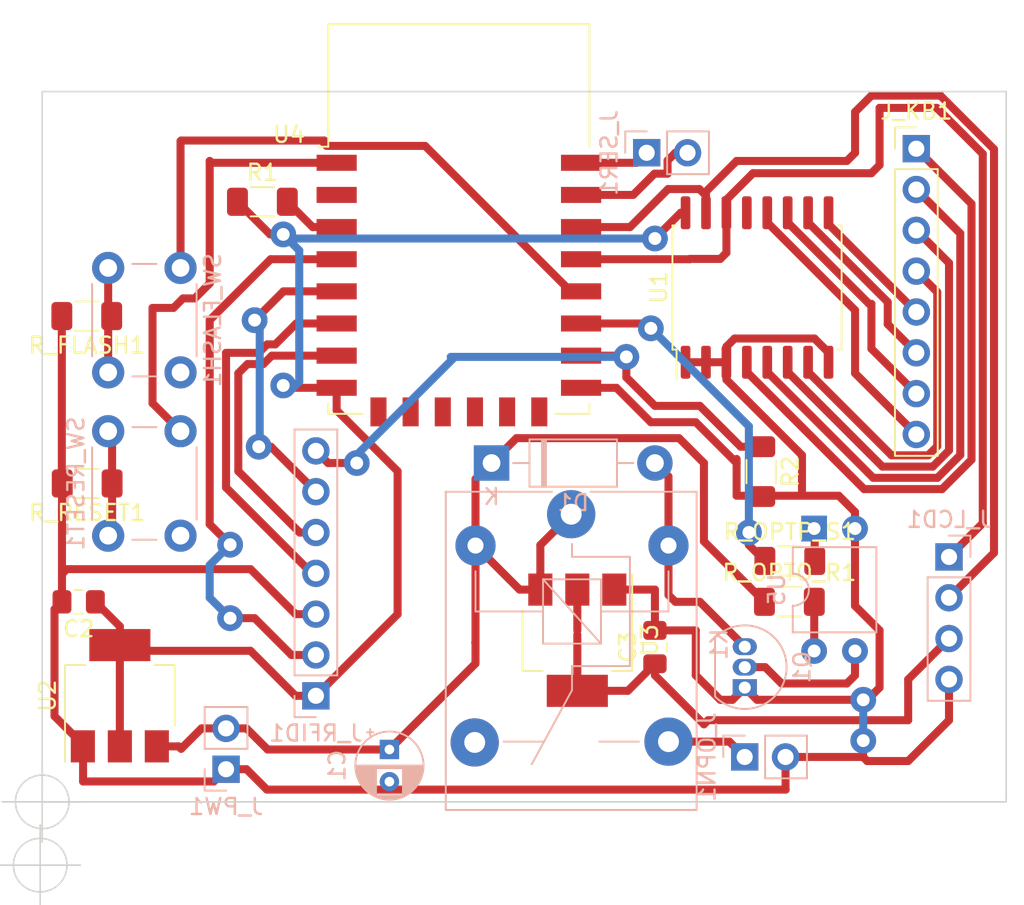
<source format=kicad_pcb>
(kicad_pcb (version 20211014) (generator pcbnew)
  (layers (0 "F.Cu" signal) (31 "B.Cu" signal) (34 "B.Paste" user) (35 "F.Paste" user) (36 "B.SilkS" user "B.Silkscreen") (37 "F.SilkS" user "F.Silkscreen") (38 "B.Mask" user) (39 "F.Mask" user) (44 "Edge.Cuts" user))
  (net 0 "")
  (net 1 "Net-(C1-Pad1)")
  (net 2 "Net-(C2-Pad1)")
  (net 3 "Net-(C1-Pad2)")
  (net 4 "Net-(D1-Pad2)")
  (net 5 "Net-(J_KB1-Pad1)")
  (net 6 "Net-(J_KB1-Pad2)")
  (net 7 "Net-(J_KB1-Pad3)")
  (net 8 "Net-(J_KB1-Pad4)")
  (net 9 "Net-(J_KB1-Pad5)")
  (net 10 "Net-(J_KB1-Pad6)")
  (net 11 "Net-(J_KB1-Pad7)")
  (net 12 "Net-(J_KB1-Pad8)")
  (net 13 "Net-(J_LCD1-Pad1)")
  (net 14 "Net-(J_LCD1-Pad2)")
  (net 15 "Net-(C3-Pad1)")
  (net 16 "Net-(J_OPN1-Pad1)")
  (net 17 "Net-(J_RFID1-Pad4)")
  (net 18 "Net-(J_RFID1-Pad2)")
  (net 19 "Net-(J_RFID1-Pad5)")
  (net 20 "Net-(J_RFID1-Pad6)")
  (net 21 "Net-(J_SER1-Pad1)")
  (net 22 "Net-(J_SER1-Pad2)")
  (net 24 "Net-(Q1-Pad2)")
  (net 25 "Net-(J_RFID1-Pad7)")
  (net 26 "Net-(R1-Pad2)")
  (net 27 "Net-(R_OPTO_R1-Pad2)")
  (net 28 "Net-(R_OPTP_S1-Pad1)")
  (net 29 "Net-(R_OPTP_S1-Pad2)")
  (net 30 "Net-(R_FLASH1-Pad1)")
  (net 31 "Net-(SW_FLASH1-Pad1)")
  (net 32 "Net-(SW_RESET1-Pad2)")
  (net 41 "Net-(R_RESET1-Pad1)")
  (footprint "Resistor_SMD:R_1206_3216Metric_Pad1.30x1.75mm_HandSolder" (layer "F.Cu") (at 79.756 105.156 180)
    (fp_text reference "R_RESET1" (at 0 -1.82) (layer "F.SilkS"))
    (fp_text value "470 R")
    (pad "1" smd roundrect (at -1.55 0 180) (size 1.3 1.75) (layers "F.Cu" "F.Paste" "F.Mask") (roundrect_rratio 0.1923076923) (net 41 "Net-(R_RESET1-Pad1)"))
    (pad "2" smd roundrect (at 1.55 0 180) (size 1.3 1.75) (layers "F.Cu" "F.Paste" "F.Mask") (roundrect_rratio 0.1923076923) (net 3 "Net-(C1-Pad2)"))
  )
  (footprint "Resistor_SMD:R_1206_3216Metric_Pad1.30x1.75mm_HandSolder" (layer "F.Cu") (at 79.73 94.742 180)
    (fp_text reference "R_FLASH1" (at 0 -1.82) (layer "F.SilkS"))
    (fp_text value "470 R")
    (pad "1" smd roundrect (at -1.55 0 180) (size 1.3 1.75) (layers "F.Cu" "F.Paste" "F.Mask") (roundrect_rratio 0.1923076923) (net 30 "Net-(R_FLASH1-Pad1)"))
    (pad "2" smd roundrect (at 1.55 0 180) (size 1.3 1.75) (layers "F.Cu" "F.Paste" "F.Mask") (roundrect_rratio 0.1923076923) (net 3 "Net-(C1-Pad2)"))
  )
  (footprint "Capacitor_SMD:C_0805_2012Metric_Pad1.18x1.45mm_HandSolder" (layer "F.Cu") (at 115.062 115.3375 90)
    (fp_text reference "C3" (at 0 -1.68 90) (layer "F.SilkS"))
    (fp_text value "C")
    (pad "1" smd roundrect (at -1.0375 0 90) (size 1.175 1.45) (layers "F.Cu" "F.Paste" "F.Mask") (roundrect_rratio 0.2127659574) (net 15 "Net-(C3-Pad1)"))
    (pad "2" smd roundrect (at 1.0375 0 90) (size 1.175 1.45) (layers "F.Cu" "F.Paste" "F.Mask") (roundrect_rratio 0.2127659574) (net 3 "Net-(C1-Pad2)"))
  )
  (footprint "Package_SO:SOIC-16W_7.5x10.3mm_P1.27mm" (layer "F.Cu") (at 121.412 92.964 90)
    (fp_text reference "U1" (at 0 -6.1 90) (layer "F.SilkS"))
    (fp_text value "PCF8574")
    (pad "1" smd roundrect (at -4.65 -4.445 90) (size 2.05 0.6) (layers "F.Cu" "F.Paste" "F.Mask") (net 3 "Net-(C1-Pad2)"))
    (pad "2" smd roundrect (at -4.65 -3.175 90) (size 2.05 0.6) (layers "F.Cu" "F.Paste" "F.Mask") (net 3 "Net-(C1-Pad2)"))
    (pad "3" smd roundrect (at -4.65 -1.905 90) (size 2.05 0.6) (layers "F.Cu" "F.Paste" "F.Mask") (net 3 "Net-(C1-Pad2)"))
    (pad "4" smd roundrect (at -4.65 -0.635 90) (size 2.05 0.6) (layers "F.Cu" "F.Paste" "F.Mask") (net 5 "Net-(J_KB1-Pad1)"))
    (pad "5" smd roundrect (at -4.65 0.635 90) (size 2.05 0.6) (layers "F.Cu" "F.Paste" "F.Mask") (net 6 "Net-(J_KB1-Pad2)"))
    (pad "6" smd roundrect (at -4.65 1.905 90) (size 2.05 0.6) (layers "F.Cu" "F.Paste" "F.Mask") (net 7 "Net-(J_KB1-Pad3)"))
    (pad "7" smd roundrect (at -4.65 3.175 90) (size 2.05 0.6) (layers "F.Cu" "F.Paste" "F.Mask") (net 8 "Net-(J_KB1-Pad4)"))
    (pad "8" smd roundrect (at -4.65 4.445 90) (size 2.05 0.6) (layers "F.Cu" "F.Paste" "F.Mask") (net 3 "Net-(C1-Pad2)"))
    (pad "9" smd roundrect (at 4.65 4.445 90) (size 2.05 0.6) (layers "F.Cu" "F.Paste" "F.Mask") (net 9 "Net-(J_KB1-Pad5)"))
    (pad "10" smd roundrect (at 4.65 3.175 90) (size 2.05 0.6) (layers "F.Cu" "F.Paste" "F.Mask") (net 10 "Net-(J_KB1-Pad6)"))
    (pad "11" smd roundrect (at 4.65 1.905 90) (size 2.05 0.6) (layers "F.Cu" "F.Paste" "F.Mask") (net 11 "Net-(J_KB1-Pad7)"))
    (pad "12" smd roundrect (at 4.65 0.635 90) (size 2.05 0.6) (layers "F.Cu" "F.Paste" "F.Mask") (net 12 "Net-(J_KB1-Pad8)"))
    (pad "13" smd roundrect (at 4.65 -0.635 90) (size 2.05 0.6) (layers "F.Cu" "F.Paste" "F.Mask"))
    (pad "14" smd roundrect (at 4.65 -1.905 90) (size 2.05 0.6) (layers "F.Cu" "F.Paste" "F.Mask") (net 13 "Net-(J_LCD1-Pad1)"))
    (pad "15" smd roundrect (at 4.65 -3.175 90) (size 2.05 0.6) (layers "F.Cu" "F.Paste" "F.Mask") (net 14 "Net-(J_LCD1-Pad2)"))
    (pad "16" smd roundrect (at 4.65 -4.445 90) (size 2.05 0.6) (layers "F.Cu" "F.Paste" "F.Mask") (net 2 "Net-(C2-Pad1)"))
  )
  (footprint "Capacitor_SMD:C_0805_2012Metric_Pad1.18x1.45mm_HandSolder" (layer "F.Cu") (at 79.2265 112.522 180)
    (fp_text reference "C2" (at 0 -1.68) (layer "F.SilkS"))
    (fp_text value "C")
    (pad "1" smd roundrect (at -1.0375 0 180) (size 1.175 1.45) (layers "F.Cu" "F.Paste" "F.Mask") (roundrect_rratio 0.2127659574) (net 2 "Net-(C2-Pad1)"))
    (pad "2" smd roundrect (at 1.0375 0 180) (size 1.175 1.45) (layers "F.Cu" "F.Paste" "F.Mask") (roundrect_rratio 0.2127659574) (net 3 "Net-(C1-Pad2)"))
  )
  (footprint "Resistor_SMD:R_1206_3216Metric_Pad1.30x1.75mm_HandSolder" (layer "F.Cu") (at 123.423 112.522)
    (fp_text reference "R_OPTO_R1" (at 0 -1.82) (layer "F.SilkS"))
    (fp_text value "3K9")
    (pad "1" smd roundrect (at -1.55 0) (size 1.3 1.75) (layers "F.Cu" "F.Paste" "F.Mask") (roundrect_rratio 0.1923076923) (net 1 "Net-(C1-Pad1)"))
    (pad "2" smd roundrect (at 1.55 0) (size 1.3 1.75) (layers "F.Cu" "F.Paste" "F.Mask") (roundrect_rratio 0.1923076923) (net 27 "Net-(R_OPTO_R1-Pad2)"))
  )
  (footprint "Resistor_SMD:R_1206_3216Metric_Pad1.30x1.75mm_HandSolder" (layer "F.Cu") (at 121.666 104.42 -90)
    (fp_text reference "R2" (at 0 -1.82 90) (layer "F.SilkS"))
    (fp_text value "10K")
    (pad "1" smd roundrect (at -1.55 0 270) (size 1.3 1.75) (layers "F.Cu" "F.Paste" "F.Mask") (roundrect_rratio 0.1923076923) (net 25 "Net-(J_RFID1-Pad7)"))
    (pad "2" smd roundrect (at 1.55 0 270) (size 1.3 1.75) (layers "F.Cu" "F.Paste" "F.Mask") (roundrect_rratio 0.1923076923) (net 3 "Net-(C1-Pad2)"))
  )
  (footprint "Package_TO_SOT_SMD:SOT-223-3_TabPin2" (layer "F.Cu") (at 81.788 118.364 90)
    (fp_text reference "U2" (at 0 -4.5 90) (layer "F.SilkS"))
    (fp_text value "AMS1117-3.3")
    (pad "1" smd rect (at -3.15 -2.3 90) (size 2 1.5) (layers "F.Cu" "F.Paste" "F.Mask") (net 3 "Net-(C1-Pad2)"))
    (pad "2" smd rect (at -3.15 0 90) (size 2 1.5) (layers "F.Cu" "F.Paste" "F.Mask") (net 2 "Net-(C2-Pad1)"))
    (pad "2" smd rect (at 3.15 0 90) (size 2 3.8) (layers "F.Cu" "F.Paste" "F.Mask") (net 2 "Net-(C2-Pad1)"))
    (pad "3" smd rect (at -3.15 2.3 90) (size 2 1.5) (layers "F.Cu" "F.Paste" "F.Mask") (net 1 "Net-(C1-Pad1)"))
  )
  (footprint "Resistor_SMD:R_1206_3216Metric_Pad1.30x1.75mm_HandSolder" (layer "F.Cu") (at 123.449 109.977)
    (fp_text reference "R_OPTP_S1" (at 0 -1.82) (layer "F.SilkS"))
    (fp_text value "1K")
    (pad "1" smd roundrect (at -1.55 0) (size 1.3 1.75) (layers "F.Cu" "F.Paste" "F.Mask") (roundrect_rratio 0.1923076923) (net 28 "Net-(R_OPTP_S1-Pad1)"))
    (pad "2" smd roundrect (at 1.55 0) (size 1.3 1.75) (layers "F.Cu" "F.Paste" "F.Mask") (roundrect_rratio 0.1923076923) (net 29 "Net-(R_OPTP_S1-Pad2)"))
  )
  (footprint "Connector_PinHeader_2.54mm:PinHeader_1x08_P2.54mm_Vertical" (layer "F.Cu") (at 131.318 84.328)
    (fp_text reference "J_KB1" (at 0 -2.33) (layer "F.SilkS"))
    (fp_text value "Conn_01x08")
    (pad "1" thru_hole rect (at 0 0) (size 1.7 1.7) (drill 1) (layers *.Cu *.Mask) (net 5 "Net-(J_KB1-Pad1)"))
    (pad "2" thru_hole oval (at 0 2.54) (size 1.7 1.7) (drill 1) (layers *.Cu *.Mask) (net 6 "Net-(J_KB1-Pad2)"))
    (pad "3" thru_hole oval (at 0 5.08) (size 1.7 1.7) (drill 1) (layers *.Cu *.Mask) (net 7 "Net-(J_KB1-Pad3)"))
    (pad "4" thru_hole oval (at 0 7.62) (size 1.7 1.7) (drill 1) (layers *.Cu *.Mask) (net 8 "Net-(J_KB1-Pad4)"))
    (pad "5" thru_hole oval (at 0 10.16) (size 1.7 1.7) (drill 1) (layers *.Cu *.Mask) (net 9 "Net-(J_KB1-Pad5)"))
    (pad "6" thru_hole oval (at 0 12.7) (size 1.7 1.7) (drill 1) (layers *.Cu *.Mask) (net 10 "Net-(J_KB1-Pad6)"))
    (pad "7" thru_hole oval (at 0 15.24) (size 1.7 1.7) (drill 1) (layers *.Cu *.Mask) (net 11 "Net-(J_KB1-Pad7)"))
    (pad "8" thru_hole oval (at 0 17.78) (size 1.7 1.7) (drill 1) (layers *.Cu *.Mask) (net 12 "Net-(J_KB1-Pad8)"))
  )
  (footprint "RF_Module:ESP-12E" (layer "F.Cu") (at 102.87 88.704)
    (fp_text reference "U4" (at -10.56 -5.26) (layer "F.SilkS"))
    (fp_text value "ESP-12E")
    (pad "1" smd rect (at -7.6 -3.5) (size 2.5 1) (layers "F.Cu" "F.Paste" "F.Mask") (net 32 "Net-(SW_RESET1-Pad2)"))
    (pad "2" smd rect (at -7.6 -1.5) (size 2.5 1) (layers "F.Cu" "F.Paste" "F.Mask"))
    (pad "3" smd rect (at -7.6 0.5) (size 2.5 1) (layers "F.Cu" "F.Paste" "F.Mask") (net 26 "Net-(R1-Pad2)"))
    (pad "4" smd rect (at -7.6 2.5) (size 2.5 1) (layers "F.Cu" "F.Paste" "F.Mask") (net 18 "Net-(J_RFID1-Pad2)"))
    (pad "5" smd rect (at -7.6 4.5) (size 2.5 1) (layers "F.Cu" "F.Paste" "F.Mask") (net 20 "Net-(J_RFID1-Pad6)"))
    (pad "6" smd rect (at -7.6 6.5) (size 2.5 1) (layers "F.Cu" "F.Paste" "F.Mask") (net 17 "Net-(J_RFID1-Pad4)"))
    (pad "7" smd rect (at -7.6 8.5) (size 2.5 1) (layers "F.Cu" "F.Paste" "F.Mask") (net 19 "Net-(J_RFID1-Pad5)"))
    (pad "8" smd rect (at -7.6 10.5) (size 2.5 1) (layers "F.Cu" "F.Paste" "F.Mask") (net 2 "Net-(C2-Pad1)"))
    (pad "9" smd rect (at -5 12) (size 1 1.8) (layers "F.Cu" "F.Paste" "F.Mask"))
    (pad "10" smd rect (at -3 12) (size 1 1.8) (layers "F.Cu" "F.Paste" "F.Mask"))
    (pad "11" smd rect (at -1 12) (size 1 1.8) (layers "F.Cu" "F.Paste" "F.Mask"))
    (pad "12" smd rect (at 1 12) (size 1 1.8) (layers "F.Cu" "F.Paste" "F.Mask"))
    (pad "13" smd rect (at 3 12) (size 1 1.8) (layers "F.Cu" "F.Paste" "F.Mask"))
    (pad "14" smd rect (at 5 12) (size 1 1.8) (layers "F.Cu" "F.Paste" "F.Mask"))
    (pad "15" smd rect (at 7.6 10.5) (size 2.5 1) (layers "F.Cu" "F.Paste" "F.Mask") (net 3 "Net-(C1-Pad2)"))
    (pad "16" smd rect (at 7.6 8.5) (size 2.5 1) (layers "F.Cu" "F.Paste" "F.Mask") (net 25 "Net-(J_RFID1-Pad7)"))
    (pad "17" smd rect (at 7.6 6.5) (size 2.5 1) (layers "F.Cu" "F.Paste" "F.Mask") (net 28 "Net-(R_OPTP_S1-Pad1)"))
    (pad "18" smd rect (at 7.6 4.5) (size 2.5 1) (layers "F.Cu" "F.Paste" "F.Mask") (net 31 "Net-(SW_FLASH1-Pad1)"))
    (pad "19" smd rect (at 7.6 2.5) (size 2.5 1) (layers "F.Cu" "F.Paste" "F.Mask") (net 13 "Net-(J_LCD1-Pad1)"))
    (pad "20" smd rect (at 7.6 0.5) (size 2.5 1) (layers "F.Cu" "F.Paste" "F.Mask") (net 14 "Net-(J_LCD1-Pad2)"))
    (pad "21" smd rect (at 7.6 -1.5) (size 2.5 1) (layers "F.Cu" "F.Paste" "F.Mask") (net 22 "Net-(J_SER1-Pad2)"))
    (pad "22" smd rect (at 7.6 -3.5) (size 2.5 1) (layers "F.Cu" "F.Paste" "F.Mask") (net 21 "Net-(J_SER1-Pad1)"))
  )
  (footprint "Package_TO_SOT_SMD:SOT-223-3_TabPin2" (layer "F.Cu") (at 110.236 114.91 -90)
    (fp_text reference "U3" (at 0 -4.5 90) (layer "F.SilkS"))
    (fp_text value "AMS1117-5.0")
    (pad "1" smd rect (at -3.15 -2.3 270) (size 2 1.5) (layers "F.Cu" "F.Paste" "F.Mask") (net 3 "Net-(C1-Pad2)"))
    (pad "2" smd rect (at -3.15 0 270) (size 2 1.5) (layers "F.Cu" "F.Paste" "F.Mask") (net 15 "Net-(C3-Pad1)"))
    (pad "2" smd rect (at 3.15 0 270) (size 2 3.8) (layers "F.Cu" "F.Paste" "F.Mask") (net 15 "Net-(C3-Pad1)"))
    (pad "3" smd rect (at -3.15 2.3 270) (size 2 1.5) (layers "F.Cu" "F.Paste" "F.Mask") (net 1 "Net-(C1-Pad1)"))
  )
  (footprint "Resistor_SMD:R_1206_3216Metric_Pad1.30x1.75mm_HandSolder" (layer "F.Cu") (at 90.652 87.63)
    (fp_text reference "R1" (at 0 -1.82) (layer "F.SilkS"))
    (fp_text value "10K")
    (pad "1" smd roundrect (at -1.55 0) (size 1.3 1.75) (layers "F.Cu" "F.Paste" "F.Mask") (roundrect_rratio 0.1923076923) (net 2 "Net-(C2-Pad1)"))
    (pad "2" smd roundrect (at 1.55 0) (size 1.3 1.75) (layers "F.Cu" "F.Paste" "F.Mask") (roundrect_rratio 0.1923076923) (net 26 "Net-(R1-Pad2)"))
  )
  (footprint "Package_DIP:DIP-4_W7.62mm" (layer "B.Cu") (at 124.963 107.96 -90)
    (fp_text reference "U5" (at 3.81 2.33 90) (layer "B.SilkS") (effects (justify mirror)))
    (fp_text value "PC817")
    (pad "1" thru_hole rect (at 0 0 270) (size 1.6 1.6) (drill 0.8) (layers *.Cu *.Mask) (net 29 "Net-(R_OPTP_S1-Pad2)"))
    (pad "2" thru_hole oval (at 0 -2.54 270) (size 1.6 1.6) (drill 0.8) (layers *.Cu *.Mask) (net 3 "Net-(C1-Pad2)"))
    (pad "3" thru_hole oval (at 7.62 -2.54 270) (size 1.6 1.6) (drill 0.8) (layers *.Cu *.Mask) (net 24 "Net-(Q1-Pad2)"))
    (pad "4" thru_hole oval (at 7.62 0 270) (size 1.6 1.6) (drill 0.8) (layers *.Cu *.Mask) (net 27 "Net-(R_OPTO_R1-Pad2)"))
  )
  (footprint "Package_TO_SOT_THT:TO-92_Inline" (layer "B.Cu") (at 120.65 117.856 90)
    (fp_text reference "Q1" (at 1.27 3.56 90) (layer "B.SilkS") (effects (justify mirror)))
    (fp_text value "PN2222A")
    (pad "1" thru_hole rect (at 0 0 90) (size 1.05 1.5) (drill 0.75) (layers *.Cu *.Mask) (net 3 "Net-(C1-Pad2)"))
    (pad "2" thru_hole oval (at 1.27 0 90) (size 1.05 1.5) (drill 0.75) (layers *.Cu *.Mask) (net 24 "Net-(Q1-Pad2)"))
    (pad "3" thru_hole oval (at 2.54 0 90) (size 1.05 1.5) (drill 0.75) (layers *.Cu *.Mask) (net 4 "Net-(D1-Pad2)"))
  )
  (footprint "Connector_PinHeader_2.54mm:PinHeader_1x02_P2.54mm_Vertical" (layer "B.Cu") (at 88.392 122.936)
    (fp_text reference "J_PW1" (at 0 2.33) (layer "B.SilkS") (effects (justify mirror)))
    (fp_text value "Conn_POWER_IN")
    (pad "1" thru_hole rect (at 0 0) (size 1.7 1.7) (drill 1) (layers *.Cu *.Mask) (net 3 "Net-(C1-Pad2)"))
    (pad "2" thru_hole oval (at 0 -2.54) (size 1.7 1.7) (drill 1) (layers *.Cu *.Mask) (net 1 "Net-(C1-Pad1)"))
  )
  (footprint "Connector_PinHeader_2.54mm:PinHeader_1x02_P2.54mm_Vertical" (layer "B.Cu") (at 114.549 84.582 -90)
    (fp_text reference "J_SER1" (at 0 2.33 90) (layer "B.SilkS") (effects (justify mirror)))
    (fp_text value "Serial")
    (pad "1" thru_hole rect (at 0 0 270) (size 1.7 1.7) (drill 1) (layers *.Cu *.Mask) (net 21 "Net-(J_SER1-Pad1)"))
    (pad "2" thru_hole oval (at 0 -2.54 270) (size 1.7 1.7) (drill 1) (layers *.Cu *.Mask) (net 22 "Net-(J_SER1-Pad2)"))
  )
  (footprint "Button_Switch_THT:SW_PUSH_6mm" (layer "B.Cu") (at 81.062 101.906 -90)
    (fp_text reference "SW_RESET1" (at 3.25 2 90) (layer "B.SilkS") (effects (justify mirror)))
    (fp_text value "SW_Push")
    (pad "1" thru_hole circle (at 0 0 180) (size 2 2) (drill 1.1) (layers *.Cu *.Mask) (net 41 "Net-(R_RESET1-Pad1)"))
    (pad "1" thru_hole circle (at 6.5 0 180) (size 2 2) (drill 1.1) (layers *.Cu *.Mask) (net 41 "Net-(R_RESET1-Pad1)"))
    (pad "2" thru_hole circle (at 6.5 -4.5 180) (size 2 2) (drill 1.1) (layers *.Cu *.Mask) (net 32 "Net-(SW_RESET1-Pad2)"))
    (pad "2" thru_hole circle (at 0 -4.5 180) (size 2 2) (drill 1.1) (layers *.Cu *.Mask) (net 32 "Net-(SW_RESET1-Pad2)"))
  )
  (footprint "Connector_PinHeader_2.54mm:PinHeader_1x02_P2.54mm_Vertical" (layer "B.Cu") (at 120.645 122.174 -90)
    (fp_text reference "J_OPN1" (at 0 2.33 90) (layer "B.SilkS") (effects (justify mirror)))
    (fp_text value "Conn_OPENER")
    (pad "1" thru_hole rect (at 0 0 270) (size 1.7 1.7) (drill 1) (layers *.Cu *.Mask) (net 16 "Net-(J_OPN1-Pad1)"))
    (pad "2" thru_hole oval (at 0 -2.54 270) (size 1.7 1.7) (drill 1) (layers *.Cu *.Mask) (net 3 "Net-(C1-Pad2)"))
  )
  (footprint "Connector_PinHeader_2.54mm:PinHeader_1x07_P2.54mm_Vertical" (layer "B.Cu") (at 93.98 118.369)
    (fp_text reference "J_RFID1" (at 0 2.33) (layer "B.SilkS") (effects (justify mirror)))
    (fp_text value "Conn_01x07")
    (pad "1" thru_hole rect (at 0 0) (size 1.7 1.7) (drill 1) (layers *.Cu *.Mask) (net 2 "Net-(C2-Pad1)"))
    (pad "2" thru_hole oval (at 0 -2.54) (size 1.7 1.7) (drill 1) (layers *.Cu *.Mask) (net 18 "Net-(J_RFID1-Pad2)"))
    (pad "3" thru_hole oval (at 0 -5.08) (size 1.7 1.7) (drill 1) (layers *.Cu *.Mask) (net 3 "Net-(C1-Pad2)"))
    (pad "4" thru_hole oval (at 0 -7.62) (size 1.7 1.7) (drill 1) (layers *.Cu *.Mask) (net 17 "Net-(J_RFID1-Pad4)"))
    (pad "5" thru_hole oval (at 0 -10.16) (size 1.7 1.7) (drill 1) (layers *.Cu *.Mask) (net 19 "Net-(J_RFID1-Pad5)"))
    (pad "6" thru_hole oval (at 0 -12.7) (size 1.7 1.7) (drill 1) (layers *.Cu *.Mask) (net 20 "Net-(J_RFID1-Pad6)"))
    (pad "7" thru_hole oval (at 0 -15.24) (size 1.7 1.7) (drill 1) (layers *.Cu *.Mask) (net 25 "Net-(J_RFID1-Pad7)"))
  )
  (footprint "Capacitor_THT:CP_Radial_D4.0mm_P2.00mm" (layer "B.Cu") (at 98.552 121.709401 -90)
    (fp_text reference "C1" (at 1 3.25 90) (layer "B.SilkS") (effects (justify mirror)))
    (fp_text value "C_Polarized")
    (pad "1" thru_hole rect (at 0 0 270) (size 1.2 1.2) (drill 0.6) (layers *.Cu *.Mask) (net 1 "Net-(C1-Pad1)"))
    (pad "2" thru_hole circle (at 2 0 270) (size 1.2 1.2) (drill 0.6) (layers *.Cu *.Mask) (net 3 "Net-(C1-Pad2)"))
  )
  (footprint "Button_Switch_THT:SW_PUSH_6mm" (layer "B.Cu") (at 85.562 98.246 90)
    (fp_text reference "SW_FLASH1" (at 3.25 2 90) (layer "B.SilkS") (effects (justify mirror)))
    (fp_text value "SW_Push")
    (pad "1" thru_hole circle (at 6.5 0) (size 2 2) (drill 1.1) (layers *.Cu *.Mask) (net 31 "Net-(SW_FLASH1-Pad1)"))
    (pad "1" thru_hole circle (at 0 0) (size 2 2) (drill 1.1) (layers *.Cu *.Mask) (net 31 "Net-(SW_FLASH1-Pad1)"))
    (pad "2" thru_hole circle (at 6.5 -4.5) (size 2 2) (drill 1.1) (layers *.Cu *.Mask) (net 30 "Net-(R_FLASH1-Pad1)"))
    (pad "2" thru_hole circle (at 0 -4.5) (size 2 2) (drill 1.1) (layers *.Cu *.Mask) (net 30 "Net-(R_FLASH1-Pad1)"))
  )
  (footprint "Diode_THT:D_DO-41_SOD81_P10.16mm_Horizontal" (layer "B.Cu") (at 104.902 103.886)
    (fp_text reference "D1" (at 5.08 2.47) (layer "B.SilkS") (effects (justify mirror)))
    (fp_text value "1N47xxA")
    (fp_text user "K" (at 0 2.1) (layer "B.SilkS") (effects (justify mirror)))
    (pad "1" thru_hole rect (at 0 0) (size 2.2 2.2) (drill 1.1) (layers *.Cu *.Mask) (net 1 "Net-(C1-Pad1)"))
    (pad "2" thru_hole oval (at 10.16 0) (size 2.2 2.2) (drill 1.1) (layers *.Cu *.Mask) (net 4 "Net-(D1-Pad2)"))
  )
  (footprint "Relay_THT:Relay_SPDT_SANYOU_SRD_Series_Form_C" (layer "B.Cu") (at 109.855 107.07 -90)
    (fp_text reference "K1" (at 8.1 -9.2 90) (layer "B.SilkS") (effects (justify mirror)))
    (fp_text value "SANYOU_SRD_Form_C")
    (pad "1" thru_hole circle (at 0 0 180) (size 3 3) (drill 1.3) (layers *.Cu *.Mask) (net 1 "Net-(C1-Pad1)"))
    (pad "2" thru_hole circle (at 1.95 -6.05 180) (size 2.5 2.5) (drill 1) (layers *.Cu *.Mask) (net 4 "Net-(D1-Pad2)"))
    (pad "3" thru_hole circle (at 14.15 -6.05 180) (size 3 3) (drill 1.3) (layers *.Cu *.Mask) (net 16 "Net-(J_OPN1-Pad1)"))
    (pad "4" thru_hole circle (at 14.2 6 180) (size 3 3) (drill 1.3) (layers *.Cu *.Mask))
    (pad "5" thru_hole circle (at 1.95 5.95 180) (size 2.5 2.5) (drill 1) (layers *.Cu *.Mask) (net 1 "Net-(C1-Pad1)"))
  )
  (footprint "Connector_PinHeader_2.54mm:PinHeader_1x04_P2.54mm_Vertical" (layer "B.Cu") (at 133.35 109.728 180)
    (fp_text reference "J_LCD1" (at 0 2.33) (layer "B.SilkS") (effects (justify mirror)))
    (fp_text value "Conn_01x04")
    (pad "1" thru_hole rect (at 0 0 180) (size 1.7 1.7) (drill 1) (layers *.Cu *.Mask) (net 13 "Net-(J_LCD1-Pad1)"))
    (pad "2" thru_hole oval (at 0 -2.54 180) (size 1.7 1.7) (drill 1) (layers *.Cu *.Mask) (net 14 "Net-(J_LCD1-Pad2)"))
    (pad "3" thru_hole oval (at 0 -5.08 180) (size 1.7 1.7) (drill 1) (layers *.Cu *.Mask) (net 15 "Net-(C3-Pad1)"))
    (pad "4" thru_hole oval (at 0 -7.62 180) (size 1.7 1.7) (drill 1) (layers *.Cu *.Mask) (net 3 "Net-(C1-Pad2)"))
  )
  (gr_rect (start 76.962 124.968) (end 136.906 80.772) (layer "Edge.Cuts") (width 0.1) (fill none))
  (target plus (at 76.962 124.968) (size 5) (width 0.1) (layer "Edge.Cuts"))
  (target plus (at 76.835 128.905) (size 5) (width 0.1) (layer "Edge.Cuts"))
  (segment (start 107.936 108.989) (end 107.936 111.76) (width 0.5) (layer "F.Cu") (net 1))
  (segment (start 118.11 103.886) (end 116.560489 102.336489) (width 0.5) (layer "F.Cu") (net 1))
  (segment (start 103.905 116.356401) (end 103.905 115.043) (width 0.5) (layer "F.Cu") (net 1))
  (segment (start 85.598 121.666) (end 85.446 121.514) (width 0.5) (layer "F.Cu") (net 1))
  (segment (start 103.905 104.883) (end 104.902 103.886) (width 0.5) (layer "F.Cu") (net 1))
  (segment (start 85.446 121.514) (end 84.088 121.514) (width 0.5) (layer "F.Cu") (net 1))
  (segment (start 103.905 115.043) (end 103.905 109.02) (width 0.5) (layer "F.Cu") (net 1))
  (segment (start 98.552 121.709401) (end 103.905 116.356401) (width 0.5) (layer "F.Cu") (net 1))
  (segment (start 103.905 109.02) (end 103.905 104.883) (width 0.5) (layer "F.Cu") (net 1))
  (segment (start 106.451511 102.336489) (end 104.902 103.886) (width 0.5) (layer "F.Cu") (net 1))
  (segment (start 88.392 120.396) (end 86.868 120.396) (width 0.5) (layer "F.Cu") (net 1))
  (segment (start 116.560489 102.336489) (end 106.451511 102.336489) (width 0.5) (layer "F.Cu") (net 1))
  (segment (start 103.886 115.062) (end 103.905 115.043) (width 0.5) (layer "F.Cu") (net 1))
  (segment (start 107.936 111.76) (end 106.645 111.76) (width 0.5) (layer "F.Cu") (net 1))
  (segment (start 89.662 120.396) (end 90.975401 121.709401) (width 0.5) (layer "F.Cu") (net 1))
  (segment (start 88.392 120.396) (end 89.662 120.396) (width 0.5) (layer "F.Cu") (net 1))
  (segment (start 90.975401 121.709401) (end 98.552 121.709401) (width 0.5) (layer "F.Cu") (net 1))
  (segment (start 121.873 112.522) (end 118.11 108.759) (width 0.5) (layer "F.Cu") (net 1))
  (segment (start 86.868 120.396) (end 85.598 121.666) (width 0.5) (layer "F.Cu") (net 1))
  (segment (start 109.855 107.07) (end 107.936 108.989) (width 0.5) (layer "F.Cu") (net 1))
  (segment (start 118.11 108.759) (end 118.11 103.886) (width 0.5) (layer "F.Cu") (net 1))
  (segment (start 106.645 111.76) (end 103.905 109.02) (width 0.5) (layer "F.Cu") (net 1))
  (segment (start 81.788 121.514) (end 81.788 115.214) (width 0.5) (layer "F.Cu") (net 2))
  (segment (start 99.06 113.289) (end 99.06 104.394) (width 0.5) (layer "F.Cu") (net 2))
  (segment (start 89.916 115.57) (end 92.715 118.369) (width 0.5) (layer "F.Cu") (net 2))
  (segment (start 82.144 115.57) (end 81.788 115.214) (width 0.5) (layer "F.Cu") (net 2))
  (segment (start 95.27 100.604) (end 95.27 99.204) (width 0.5) (layer "F.Cu") (net 2))
  (segment (start 93.98 118.369) (end 99.06 113.289) (width 0.5) (layer "F.Cu") (net 2))
  (segment (start 81.788 114.046) (end 80.264 112.522) (width 0.5) (layer "F.Cu") (net 2))
  (segment (start 89.916 115.57) (end 82.144 115.57) (width 0.5) (layer "F.Cu") (net 2))
  (segment (start 116.664 88.314) (end 115.062 89.916) (width 0.5) (layer "F.Cu") (net 2))
  (segment (start 81.788 115.214) (end 81.788 114.046) (width 0.5) (layer "F.Cu") (net 2))
  (segment (start 91.948 89.662) (end 91.134 89.662) (width 0.5) (layer "F.Cu") (net 2))
  (segment (start 116.967 88.314) (end 116.664 88.314) (width 0.5) (layer "F.Cu") (net 2))
  (segment (start 91.948 99.06) (end 92.058 98.95) (width 0.5) (layer "F.Cu") (net 2))
  (segment (start 92.715 118.369) (end 93.98 118.369) (width 0.5) (layer "F.Cu") (net 2))
  (segment (start 92.566 99.204) (end 95.27 99.204) (width 0.5) (layer "F.Cu") (net 2))
  (segment (start 99.06 104.394) (end 95.27 100.604) (width 0.5) (layer "F.Cu") (net 2))
  (segment (start 91.134 89.662) (end 89.102 87.63) (width 0.5) (layer "F.Cu") (net 2))
  (via (at 91.948 89.662) (size 1.6) (drill 0.8) (layers "F.Cu" "B.Cu") (net 2))
  (via (at 115.062 89.916) (size 1.6) (drill 0.8) (layers "F.Cu" "B.Cu") (net 2))
  (via (at 91.948 99.06) (size 1.6) (drill 0.8) (layers "F.Cu" "B.Cu") (net 2))
  (segment (start 92.943511 90.657511) (end 91.948 89.662) (width 0.5) (layer "B.Cu") (net 2))
  (segment (start 92.456 99.314) (end 92.943511 98.826489) (width 0.5) (layer "B.Cu") (net 2))
  (segment (start 115.062 89.916) (end 92.202 89.916) (width 0.5) (layer "B.Cu") (net 2))
  (segment (start 92.202 89.916) (end 91.948 89.662) (width 0.5) (layer "B.Cu") (net 2))
  (segment (start 92.943511 98.826489) (end 92.943511 90.657511) (width 0.5) (layer "B.Cu") (net 2))
  (segment (start 78.189 110.787) (end 78.486 110.49) (width 0.5) (layer "F.Cu") (net 3))
  (segment (start 112.666 99.204) (end 114.808 101.346) (width 0.5) (layer "F.Cu") (net 3))
  (segment (start 117.602 114.3) (end 117.602 117.094) (width 0.5) (layer "F.Cu") (net 3))
  (segment (start 128.006 121.168) (end 128.016 121.158) (width 0.5) (layer "F.Cu") (net 3))
  (segment (start 127.503 112.771) (end 129.032 114.3) (width 0.5) (layer "F.Cu") (net 3))
  (segment (start 117.602 114.3) (end 115.062 114.3) (width 0.5) (layer "F.Cu") (net 3))
  (segment (start 128.006 122.174) (end 128.26 122.428) (width 0.5) (layer "F.Cu") (net 3))
  (segment (start 128.006 122.174) (end 128.006 121.168) (width 0.5) (layer "F.Cu") (net 3))
  (segment (start 89.662 122.936) (end 90.932 124.206) (width 0.5) (layer "F.Cu") (net 3))
  (segment (start 133.35 119.888) (end 133.35 117.348) (width 0.5) (layer "F.Cu") (net 3))
  (segment (start 79.502 123.698) (end 87.63 123.698) (width 0.5) (layer "F.Cu") (net 3))
  (segment (start 79.502 121.778) (end 79.502 123.698) (width 0.5) (layer "F.Cu") (net 3))
  (segment (start 119.126 118.618) (end 119.888 118.618) (width 0.5) (layer "F.Cu") (net 3))
  (segment (start 79.488 121.398) (end 77.724 119.634) (width 0.5) (layer "F.Cu") (net 3))
  (segment (start 117.602 117.094) (end 119.126 118.618) (width 0.5) (layer "F.Cu") (net 3))
  (segment (start 127.503 107.96) (end 127.503 106.929) (width 0.5) (layer "F.Cu") (net 3))
  (segment (start 125.857 97.614) (end 125.857 97.011151) (width 0.5) (layer "F.Cu") (net 3))
  (segment (start 78.18 105.13) (end 78.18 94.742) (width 0.5) (layer "F.Cu") (net 3))
  (segment (start 79.488 121.764) (end 79.502 121.778) (width 0.5) (layer "F.Cu") (net 3))
  (segment (start 117.602 101.346) (end 120.142 103.886) (width 0.5) (layer "F.Cu") (net 3))
  (segment (start 119.888 118.618) (end 120.65 117.856) (width 0.5) (layer "F.Cu") (net 3))
  (segment (start 127.503 106.929) (end 126.492 105.918) (width 0.5) (layer "F.Cu") (net 3))
  (segment (start 121.412 118.618) (end 127.254 118.618) (width 0.5) (layer "F.Cu") (net 3))
  (segment (start 79.488 121.514) (end 79.488 121.764) (width 0.5) (layer "F.Cu") (net 3))
  (segment (start 124.206 105.918) (end 120.142 105.918) (width 0.5) (layer "F.Cu") (net 3))
  (segment (start 88.392 122.936) (end 89.662 122.936) (width 0.5) (layer "F.Cu") (net 3))
  (segment (start 115.062 111.76) (end 115.062 114.3) (width 0.5) (layer "F.Cu") (net 3))
  (segment (start 130.81 122.428) (end 133.35 119.888) (width 0.5) (layer "F.Cu") (net 3))
  (segment (start 123.185 124.201) (end 123.185 122.174) (width 0.5) (layer "F.Cu") (net 3))
  (segment (start 110.47 99.204) (end 112.666 99.204) (width 0.5) (layer "F.Cu") (net 3))
  (segment (start 128.27 118.618) (end 128.016 118.618) (width 0.5) (layer "F.Cu") (net 3))
  (segment (start 112.536 111.76) (end 115.062 111.76) (width 0.5) (layer "F.Cu") (net 3))
  (segment (start 129.032 117.856) (end 128.27 118.618) (width 0.5) (layer "F.Cu") (net 3))
  (segment (start 119.507 97.614) (end 119.507 98.69673) (width 0.5) (layer "F.Cu") (net 3))
  (segment (start 92.715 113.289) (end 93.98 113.289) (width 0.5) (layer "F.Cu") (net 3))
  (segment (start 123.185 122.174) (end 128.006 122.174) (width 0.5) (layer "F.Cu") (net 3))
  (segment (start 90.932 124.206) (end 123.19 124.206) (width 0.5) (layer "F.Cu") (net 3))
  (segment (start 120.142 103.886) (end 120.142 103.632) (width 0.5) (layer "F.Cu") (net 3))
  (segment (start 128.26 122.428) (end 130.81 122.428) (width 0.5) (layer "F.Cu") (net 3))
  (segment (start 129.032 114.3) (end 129.032 117.856) (width 0.5) (layer "F.Cu") (net 3))
  (segment (start 127.503 107.96) (end 127.503 112.771) (width 0.5) (layer "F.Cu") (net 3))
  (segment (start 78.486 110.49) (end 89.916 110.49) (width 0.5) (layer "F.Cu") (net 3))
  (segment (start 120.65 117.856) (end 121.412 118.618) (width 0.5) (layer "F.Cu") (net 3))
  (segment (start 78.206 105.156) (end 78.18 105.13) (width 0.5) (layer "F.Cu") (net 3))
  (segment (start 128.016 118.618) (end 127.254 118.618) (width 0.5) (layer "F.Cu") (net 3))
  (segment (start 123.19 124.206) (end 123.185 124.201) (width 0.5) (layer "F.Cu") (net 3))
  (segment (start 124.985329 96.13948) (end 120.01452 96.13948) (width 0.5) (layer "F.Cu") (net 3))
  (segment (start 114.808 101.346) (end 117.602 101.346) (width 0.5) (layer "F.Cu") (net 3))
  (segment (start 78.189 110.787) (end 78.189 105.173) (width 0.5) (layer "F.Cu") (net 3))
  (segment (start 89.916 110.49) (end 92.715 113.289) (width 0.5) (layer "F.Cu") (net 3))
  (segment (start 78.189 112.522) (end 78.189 110.787) (width 0.5) (layer "F.Cu") (net 3))
  (segment (start 120.01452 96.13948) (end 119.507 96.647) (width 0.5) (layer "F.Cu") (net 3))
  (segment (start 126.492 105.918) (end 124.206 105.918) (width 0.5) (layer "F.Cu") (net 3))
  (segment (start 125.857 97.011151) (end 124.985329 96.13948) (width 0.5) (layer "F.Cu") (net 3))
  (segment (start 79.488 121.514) (end 79.488 121.398) (width 0.5) (layer "F.Cu") (net 3))
  (segment (start 119.507 96.647) (end 119.507 97.614) (width 0.5) (layer "F.Cu") (net 3))
  (segment (start 120.142 105.918) (end 120.142 103.886) (width 0.5) (layer "F.Cu") (net 3))
  (segment (start 77.724 119.634) (end 77.724 112.987) (width 0.5) (layer "F.Cu") (net 3))
  (segment (start 87.63 123.698) (end 88.392 122.936) (width 0.5) (layer "F.Cu") (net 3))
  (segment (start 124.206 103.39573) (end 124.206 105.918) (width 0.5) (layer "F.Cu") (net 3))
  (segment (start 77.724 112.987) (end 78.189 112.522) (width 0.5) (layer "F.Cu") (net 3))
  (segment (start 116.967 97.614) (end 119.507 97.614) (width 0.5) (layer "F.Cu") (net 3))
  (segment (start 119.507 98.69673) (end 124.206 103.39573) (width 0.5) (layer "F.Cu") (net 3))
  (segment (start 78.189 105.173) (end 78.206 105.156) (width 0.5) (layer "F.Cu") (net 3))
  (via (at 128.016 121.158) (size 1.6) (drill 0.8) (layers "F.Cu" "B.Cu") (net 3))
  (via (at 128.016 118.618) (size 1.6) (drill 0.8) (layers "F.Cu" "B.Cu") (net 3))
  (segment (start 128.016 121.158) (end 128.016 118.618) (width 0.5) (layer "B.Cu") (net 3))
  (segment (start 115.905 104.729) (end 115.062 103.886) (width 0.5) (layer "F.Cu") (net 4))
  (segment (start 117.856 112.522) (end 116.332 112.522) (width 0.5) (layer "F.Cu") (net 4))
  (segment (start 115.905 109.02) (end 115.905 104.729) (width 0.5) (layer "F.Cu") (net 4))
  (segment (start 120.65 115.316) (end 117.856 112.522) (width 0.5) (layer "F.Cu") (net 4))
  (segment (start 116.332 112.522) (end 115.905 112.095) (width 0.5) (layer "F.Cu") (net 4))
  (segment (start 115.905 112.095) (end 115.905 109.02) (width 0.5) (layer "F.Cu") (net 4))
  (segment (start 120.777 98.216849) (end 128.066221 105.50607) (width 0.5) (layer "F.Cu") (net 5))
  (segment (start 132.91974 105.50607) (end 134.74904 103.67677) (width 0.5) (layer "F.Cu") (net 5))
  (segment (start 120.777 97.614) (end 120.777 98.216849) (width 0.5) (layer "F.Cu") (net 5))
  (segment (start 128.066221 105.50607) (end 132.91974 105.50607) (width 0.5) (layer "F.Cu") (net 5))
  (segment (start 134.74904 87.75904) (end 131.318 84.328) (width 0.5) (layer "F.Cu") (net 5))
  (segment (start 134.74904 103.67677) (end 134.74904 87.75904) (width 0.5) (layer "F.Cu") (net 5))
  (segment (start 122.047 97.614) (end 122.047 98.216849) (width 0.5) (layer "F.Cu") (net 6))
  (segment (start 134.04952 89.59952) (end 131.318 86.868) (width 0.5) (layer "F.Cu") (net 6))
  (segment (start 128.636702 104.806551) (end 132.629989 104.806551) (width 0.5) (layer "F.Cu") (net 6))
  (segment (start 122.047 98.216849) (end 128.636702 104.806551) (width 0.5) (layer "F.Cu") (net 6))
  (segment (start 134.04952 103.38702) (end 134.04952 89.59952) (width 0.5) (layer "F.Cu") (net 6))
  (segment (start 132.629989 104.806551) (end 134.04952 103.38702) (width 0.5) (layer "F.Cu") (net 6))
  (segment (start 133.35 91.44) (end 131.318 89.408) (width 0.5) (layer "F.Cu") (net 7))
  (segment (start 132.340239 104.107031) (end 133.35 103.09727) (width 0.5) (layer "F.Cu") (net 7))
  (segment (start 123.317 97.614) (end 123.317 98.216849) (width 0.5) (layer "F.Cu") (net 7))
  (segment (start 129.207182 104.107031) (end 132.340239 104.107031) (width 0.5) (layer "F.Cu") (net 7))
  (segment (start 133.35 103.09727) (end 133.35 91.44) (width 0.5) (layer "F.Cu") (net 7))
  (segment (start 123.317 98.216849) (end 129.207182 104.107031) (width 0.5) (layer "F.Cu") (net 7))
  (segment (start 124.587 98.216849) (end 129.777662 103.407511) (width 0.5) (layer "F.Cu") (net 8))
  (segment (start 129.777662 103.407511) (end 132.050489 103.407511) (width 0.5) (layer "F.Cu") (net 8))
  (segment (start 132.617511 102.840489) (end 132.617511 93.247511) (width 0.5) (layer "F.Cu") (net 8))
  (segment (start 132.050489 103.407511) (end 132.617511 102.840489) (width 0.5) (layer "F.Cu") (net 8))
  (segment (start 124.587 97.614) (end 124.587 98.216849) (width 0.5) (layer "F.Cu") (net 8))
  (segment (start 132.617511 93.247511) (end 131.318 91.948) (width 0.5) (layer "F.Cu") (net 8))
  (segment (start 125.857 89.027) (end 131.318 94.488) (width 0.5) (layer "F.Cu") (net 9))
  (segment (start 125.857 88.314) (end 125.857 89.027) (width 0.5) (layer "F.Cu") (net 9))
  (segment (start 129.54 93.869849) (end 129.54 95.25) (width 0.5) (layer "F.Cu") (net 10))
  (segment (start 129.54 95.25) (end 131.318 97.028) (width 0.5) (layer "F.Cu") (net 10))
  (segment (start 124.587 88.314) (end 124.587 88.916849) (width 0.5) (layer "F.Cu") (net 10))
  (segment (start 124.587 88.916849) (end 129.54 93.869849) (width 0.5) (layer "F.Cu") (net 10))
  (segment (start 128.524 96.774) (end 131.318 99.568) (width 0.5) (layer "F.Cu") (net 11))
  (segment (start 123.317 88.916849) (end 128.380151 93.98) (width 0.5) (layer "F.Cu") (net 11))
  (segment (start 128.524 93.98) (end 128.524 96.774) (width 0.5) (layer "F.Cu") (net 11))
  (segment (start 131.318 99.06) (end 131.318 99.568) (width 0.5) (layer "F.Cu") (net 11))
  (segment (start 123.317 88.314) (end 123.317 88.916849) (width 0.5) (layer "F.Cu") (net 11))
  (segment (start 128.380151 93.98) (end 128.524 93.98) (width 0.5) (layer "F.Cu") (net 11))
  (segment (start 127.508 94.377849) (end 127.508 98.298) (width 0.5) (layer "F.Cu") (net 12))
  (segment (start 122.047 88.916849) (end 127.508 94.377849) (width 0.5) (layer "F.Cu") (net 12))
  (segment (start 127.508 98.298) (end 131.318 102.108) (width 0.5) (layer "F.Cu") (net 12))
  (segment (start 122.047 88.314) (end 122.047 88.916849) (width 0.5) (layer "F.Cu") (net 12))
  (segment (start 128.524 85.852) (end 129.032 85.344) (width 0.5) (layer "F.Cu") (net 13))
  (segment (start 121.158 85.852) (end 128.524 85.852) (width 0.5) (layer "F.Cu") (net 13))
  (segment (start 117.237849 91.186) (end 119.126 91.186) (width 0.5) (layer "F.Cu") (net 13))
  (segment (start 119.507 88.314) (end 119.507 87.503) (width 0.5) (layer "F.Cu") (net 13))
  (segment (start 129.032 85.344) (end 129.032 81.788) (width 0.5) (layer "F.Cu") (net 13))
  (segment (start 132.588 81.788) (end 135.448559 84.648559) (width 0.5) (layer "F.Cu") (net 13))
  (segment (start 119.126 91.186) (end 119.507 90.805) (width 0.5) (layer "F.Cu") (net 13))
  (segment (start 135.448559 107.629441) (end 133.35 109.728) (width 0.5) (layer "F.Cu") (net 13))
  (segment (start 135.448559 84.648559) (end 135.448559 107.629441) (width 0.5) (layer "F.Cu") (net 13))
  (segment (start 129.032 81.788) (end 132.588 81.788) (width 0.5) (layer "F.Cu") (net 13))
  (segment (start 117.219849 91.204) (end 117.237849 91.186) (width 0.5) (layer "F.Cu") (net 13))
  (segment (start 119.507 87.503) (end 121.158 85.852) (width 0.5) (layer "F.Cu") (net 13))
  (segment (start 119.507 90.805) (end 119.507 88.314) (width 0.5) (layer "F.Cu") (net 13))
  (segment (start 110.47 91.204) (end 117.219849 91.204) (width 0.5) (layer "F.Cu") (net 13))
  (segment (start 127.508 84.582) (end 127 85.09) (width 0.5) (layer "F.Cu") (net 14))
  (segment (start 110.47 89.204) (end 113.515292 89.204) (width 0.5) (layer "F.Cu") (net 14))
  (segment (start 133.35 112.268) (end 136.148079 109.469921) (width 0.5) (layer "F.Cu") (net 14))
  (segment (start 117.82748 86.83948) (end 118.237 87.249) (width 0.5) (layer "F.Cu") (net 14))
  (segment (start 118.237 86.995) (end 118.237 88.314) (width 0.5) (layer "F.Cu") (net 14))
  (segment (start 120.142 85.09) (end 118.237 86.995) (width 0.5) (layer "F.Cu") (net 14))
  (segment (start 113.515292 89.204) (end 115.879812 86.83948) (width 0.5) (layer "F.Cu") (net 14))
  (segment (start 127 85.09) (end 120.142 85.09) (width 0.5) (layer "F.Cu") (net 14))
  (segment (start 127.508 82.042) (end 127.508 84.582) (width 0.5) (layer "F.Cu") (net 14))
  (segment (start 115.879812 86.83948) (end 117.82748 86.83948) (width 0.5) (layer "F.Cu") (net 14))
  (segment (start 128.524 81.026) (end 127.508 82.042) (width 0.5) (layer "F.Cu") (net 14))
  (segment (start 118.237 87.249) (end 118.237 88.314) (width 0.5) (layer "F.Cu") (net 14))
  (segment (start 136.148079 109.469921) (end 136.148079 84.358809) (width 0.5) (layer "F.Cu") (net 14))
  (segment (start 132.81527 81.026) (end 128.524 81.026) (width 0.5) (layer "F.Cu") (net 14))
  (segment (start 136.148079 84.358809) (end 132.81527 81.026) (width 0.5) (layer "F.Cu") (net 14))
  (segment (start 110.236 118.06) (end 113.377 118.06) (width 0.5) (layer "F.Cu") (net 15))
  (segment (start 118.364 119.888) (end 130.81 119.888) (width 0.5) (layer "F.Cu") (net 15))
  (segment (start 130.81 119.888) (end 130.81 117.348) (width 0.5) (layer "F.Cu") (net 15))
  (segment (start 113.377 118.06) (end 115.062 116.375) (width 0.5) (layer "F.Cu") (net 15))
  (segment (start 110.236 111.76) (end 110.236 114.3) (width 0.5) (layer "F.Cu") (net 15))
  (segment (start 115.062 116.375) (end 115.062 117.094) (width 0.5) (layer "F.Cu") (net 15))
  (segment (start 130.81 117.348) (end 133.35 114.808) (width 0.5) (layer "F.Cu") (net 15))
  (segment (start 115.062 117.094) (end 118.11 120.142) (width 0.5) (layer "F.Cu") (net 15))
  (segment (start 110.236 118.06) (end 110.236 114.554) (width 0.5) (layer "F.Cu") (net 15))
  (segment (start 118.11 120.142) (end 118.364 119.888) (width 0.5) (layer "F.Cu") (net 15))
  (segment (start 119.691 121.22) (end 120.645 122.174) (width 0.5) (layer "F.Cu") (net 16))
  (segment (start 115.905 121.22) (end 119.691 121.22) (width 0.5) (layer "F.Cu") (net 16))
  (segment (start 88.392 105.41) (end 88.392 97.028) (width 0.5) (layer "F.Cu") (net 17))
  (segment (start 88.392 97.028) (end 90.424 97.028) (width 0.5) (layer "F.Cu") (net 17))
  (segment (start 93.731 110.749) (end 88.392 105.41) (width 0.5) (layer "F.Cu") (net 17))
  (segment (start 90.947519 96.504481) (end 91.455519 96.504481) (width 0.5) (layer "F.Cu") (net 17))
  (segment (start 92.756 95.204) (end 95.27 95.204) (width 0.5) (layer "F.Cu") (net 17))
  (segment (start 90.424 97.028) (end 90.947519 96.504481) (width 0.5) (layer "F.Cu") (net 17))
  (segment (start 91.455519 96.504481) (end 92.756 95.204) (width 0.5) (layer "F.Cu") (net 17))
  (segment (start 93.98 110.749) (end 93.731 110.749) (width 0.5) (layer "F.Cu") (net 17))
  (segment (start 90.17 113.538) (end 92.461 115.829) (width 0.5) (layer "F.Cu") (net 18))
  (segment (start 87.376 107.696) (end 87.376 94.996) (width 0.5) (layer "F.Cu") (net 18))
  (segment (start 87.376 94.996) (end 91.168 91.204) (width 0.5) (layer "F.Cu") (net 18))
  (segment (start 92.461 115.829) (end 93.98 115.829) (width 0.5) (layer "F.Cu") (net 18))
  (segment (start 88.646 108.966) (end 87.376 107.696) (width 0.5) (layer "F.Cu") (net 18))
  (segment (start 88.646 113.538) (end 90.17 113.538) (width 0.5) (layer "F.Cu") (net 18))
  (segment (start 91.168 91.204) (end 95.27 91.204) (width 0.5) (layer "F.Cu") (net 18))
  (via (at 88.646 113.538) (size 1.6) (drill 0.8) (layers "F.Cu" "B.Cu") (net 18))
  (via (at 88.646 108.966) (size 1.6) (drill 0.8) (layers "F.Cu" "B.Cu") (net 18))
  (segment (start 87.376 110.236) (end 87.376 112.268) (width 0.5) (layer "B.Cu") (net 18))
  (segment (start 87.376 112.268) (end 88.646 113.538) (width 0.5) (layer "B.Cu") (net 18))
  (segment (start 88.646 108.966) (end 87.376 110.236) (width 0.5) (layer "B.Cu") (net 18))
  (segment (start 90.713751 97.727519) (end 91.23727 97.204) (width 0.5) (layer "F.Cu") (net 19))
  (segment (start 93.98 108.209) (end 92.969 108.209) (width 0.5) (layer "F.Cu") (net 19))
  (segment (start 91.23727 97.204) (end 95.27 97.204) (width 0.5) (layer "F.Cu") (net 19))
  (segment (start 89.154 104.394) (end 89.154 98.298) (width 0.5) (layer "F.Cu") (net 19))
  (segment (start 92.969 108.209) (end 89.154 104.394) (width 0.5) (layer "F.Cu") (net 19))
  (segment (start 89.724481 97.727519) (end 90.713751 97.727519) (width 0.5) (layer "F.Cu") (net 19))
  (segment (start 89.154 98.298) (end 89.724481 97.727519) (width 0.5) (layer "F.Cu") (net 19))
  (segment (start 91.962 93.204) (end 95.27 93.204) (width 0.5) (layer "F.Cu") (net 20))
  (segment (start 90.17 94.996) (end 91.962 93.204) (width 0.5) (layer "F.Cu") (net 20))
  (segment (start 90.424 102.87) (end 91.181 102.87) (width 0.5) (layer "F.Cu") (net 20))
  (segment (start 91.181 102.87) (end 93.98 105.669) (width 0.5) (layer "F.Cu") (net 20))
  (via (at 90.424 102.87) (size 1.6) (drill 0.8) (layers "F.Cu" "B.Cu") (net 20))
  (via (at 90.17 94.996) (size 1.6) (drill 0.8) (layers "F.Cu" "B.Cu") (net 20))
  (segment (start 90.17 94.996) (end 90.48648 95.31248) (width 0.5) (layer "B.Cu") (net 20))
  (segment (start 90.48648 102.80752) (end 90.424 102.87) (width 0.5) (layer "B.Cu") (net 20))
  (segment (start 90.48648 95.31248) (end 90.48648 102.80752) (width 0.5) (layer "B.Cu") (net 20))
  (segment (start 110.47 85.204) (end 113.927 85.204) (width 0.5) (layer "F.Cu") (net 21))
  (segment (start 113.927 85.204) (end 114.549 84.582) (width 0.5) (layer "F.Cu") (net 21))
  (segment (start 115.848511 85.065489) (end 116.332 84.582) (width 0.5) (layer "F.Cu") (net 22))
  (segment (start 113.71 87.204) (end 115.032489 85.881511) (width 0.5) (layer "F.Cu") (net 22))
  (segment (start 116.332 84.582) (end 117.089 84.582) (width 0.5) (layer "F.Cu") (net 22))
  (segment (start 115.032489 85.881511) (end 115.848511 85.881511) (width 0.5) (layer "F.Cu") (net 22))
  (segment (start 115.848511 85.881511) (end 115.848511 85.065489) (width 0.5) (layer "F.Cu") (net 22))
  (segment (start 110.47 87.204) (end 113.71 87.204) (width 0.5) (layer "F.Cu") (net 22))
  (segment (start 121.92 116.586) (end 120.65 116.586) (width 0.5) (layer "F.Cu") (net 24))
  (segment (start 127 117.602) (end 122.936 117.602) (width 0.5) (layer "F.Cu") (net 24))
  (segment (start 122.936 117.602) (end 121.92 116.586) (width 0.5) (layer "F.Cu") (net 24))
  (segment (start 127.503 117.099) (end 127 117.602) (width 0.5) (layer "F.Cu") (net 24))
  (segment (start 127.503 115.58) (end 127.503 117.099) (width 0.5) (layer "F.Cu") (net 24))
  (segment (start 94.737 103.886) (end 93.98 103.129) (width 0.5) (layer "F.Cu") (net 25))
  (segment (start 113.284 98.552) (end 113.284 97.282) (width 0.5) (layer "F.Cu") (net 25))
  (segment (start 113.206 97.204) (end 113.284 97.282) (width 0.5) (layer "F.Cu") (net 25))
  (segment (start 115.062 100.33) (end 113.284 98.552) (width 0.5) (layer "F.Cu") (net 25))
  (segment (start 117.856 100.33) (end 115.062 100.33) (width 0.5) (layer "F.Cu") (net 25))
  (segment (start 121.666 102.87) (end 120.396 102.87) (width 0.5) (layer "F.Cu") (net 25))
  (segment (start 120.396 102.87) (end 117.856 100.33) (width 0.5) (layer "F.Cu") (net 25))
  (segment (start 110.47 97.204) (end 113.206 97.204) (width 0.5) (layer "F.Cu") (net 25))
  (segment (start 96.52 103.886) (end 94.737 103.886) (width 0.5) (layer "F.Cu") (net 25))
  (via (at 96.52 103.886) (size 1.6) (drill 0.8) (layers "F.Cu" "B.Cu") (net 25))
  (via (at 113.284 97.282) (size 1.6) (drill 0.8) (layers "F.Cu" "B.Cu") (net 25))
  (segment (start 102.616 97.282) (end 113.284 97.282) (width 0.5) (layer "B.Cu") (net 25))
  (segment (start 102.616 97.282) (end 96.52 103.378) (width 0.5) (layer "B.Cu") (net 25))
  (segment (start 102.362 97.282) (end 102.616 97.282) (width 0.5) (layer "B.Cu") (net 25))
  (segment (start 96.52 103.378) (end 96.52 103.886) (width 0.5) (layer "B.Cu") (net 25))
  (segment (start 93.776 89.204) (end 92.202 87.63) (width 0.5) (layer "F.Cu") (net 26))
  (segment (start 95.27 89.204) (end 93.776 89.204) (width 0.5) (layer "F.Cu") (net 26))
  (segment (start 124.968 113.03) (end 124.973 113.025) (width 0.5) (layer "F.Cu") (net 27))
  (segment (start 124.968 115.067) (end 124.968 113.03) (width 0.5) (layer "F.Cu") (net 27))
  (segment (start 120.904 108.982) (end 121.899 109.977) (width 0.5) (layer "F.Cu") (net 28))
  (segment (start 114.508 95.204) (end 114.808 95.504) (width 0.5) (layer "F.Cu") (net 28))
  (segment (start 120.904 108.204) (end 120.904 108.982) (width 0.5) (layer "F.Cu") (net 28))
  (segment (start 110.47 95.204) (end 114.508 95.204) (width 0.5) (layer "F.Cu") (net 28))
  (via (at 114.808 95.504) (size 1.6) (drill 0.8) (layers "F.Cu" "B.Cu") (net 28))
  (via (at 120.904 108.204) (size 1.6) (drill 0.8) (layers "F.Cu" "B.Cu") (net 28))
  (segment (start 120.904 108.204) (end 120.904 101.6) (width 0.5) (layer "B.Cu") (net 28))
  (segment (start 120.904 101.6) (end 114.808 95.504) (width 0.5) (layer "B.Cu") (net 28))
  (segment (start 124.999 107.478) (end 124.968 107.447) (width 0.5) (layer "F.Cu") (net 29))
  (segment (start 124.999 109.977) (end 124.999 107.478) (width 0.5) (layer "F.Cu") (net 29))
  (segment (start 81.062 98.246) (end 81.062 94.96) (width 0.5) (layer "F.Cu") (net 30))
  (segment (start 81.062 91.746) (end 81.062 94.524) (width 0.5) (layer "F.Cu") (net 30))
  (segment (start 81.062 94.524) (end 81.28 94.742) (width 0.5) (layer "F.Cu") (net 30))
  (segment (start 81.062 94.96) (end 81.28 94.742) (width 0.5) (layer "F.Cu") (net 30))
  (segment (start 85.562 91.746) (end 85.562 83.856) (width 0.5) (layer "F.Cu") (net 31))
  (segment (start 94.49998 83.82) (end 94.49998 84.007562) (width 0.5) (layer "F.Cu") (net 31))
  (segment (start 100.770998 84.15402) (end 109.820978 93.204) (width 0.5) (layer "F.Cu") (net 31))
  (segment (start 94.646438 84.15402) (end 100.770998 84.15402) (width 0.5) (layer "F.Cu") (net 31))
  (segment (start 85.598 83.82) (end 94.49998 83.82) (width 0.5) (layer "F.Cu") (net 31))
  (segment (start 94.49998 84.007562) (end 94.646438 84.15402) (width 0.5) (layer "F.Cu") (net 31))
  (segment (start 85.562 83.856) (end 85.598 83.82) (width 0.5) (layer "F.Cu") (net 31))
  (segment (start 109.820978 93.204) (end 111.210781 93.204) (width 0.5) (layer "F.Cu") (net 31))
  (segment (start 87.376 92.71) (end 87.376 85.09) (width 0.5) (layer "F.Cu") (net 32))
  (segment (start 86.44352 93.64248) (end 87.376 92.71) (width 0.5) (layer "F.Cu") (net 32))
  (segment (start 83.82 100.164) (end 83.82 94.234) (width 0.5) (layer "F.Cu") (net 32))
  (segment (start 87.49 85.204) (end 95.27 85.204) (width 0.5) (layer "F.Cu") (net 32))
  (segment (start 85.715439 93.64248) (end 86.44352 93.64248) (width 0.5) (layer "F.Cu") (net 32))
  (segment (start 85.123919 94.234) (end 85.715439 93.64248) (width 0.5) (layer "F.Cu") (net 32))
  (segment (start 87.376 85.09) (end 87.49 85.204) (width 0.5) (layer "F.Cu") (net 32))
  (segment (start 83.82 94.234) (end 85.123919 94.234) (width 0.5) (layer "F.Cu") (net 32))
  (segment (start 85.562 101.906) (end 83.82 100.164) (width 0.5) (layer "F.Cu") (net 32))
  (segment (start 81.306 105.156) (end 81.306 102.15) (width 0.5) (layer "F.Cu") (net 41))
  (segment (start 81.306 108.162) (end 81.062 108.406) (width 0.5) (layer "F.Cu") (net 41))
  (segment (start 81.306 102.15) (end 81.062 101.906) (width 0.5) (layer "F.Cu") (net 41))
  (segment (start 81.306 105.156) (end 81.306 108.162) (width 0.5) (layer "F.Cu") (net 41))
)
</source>
